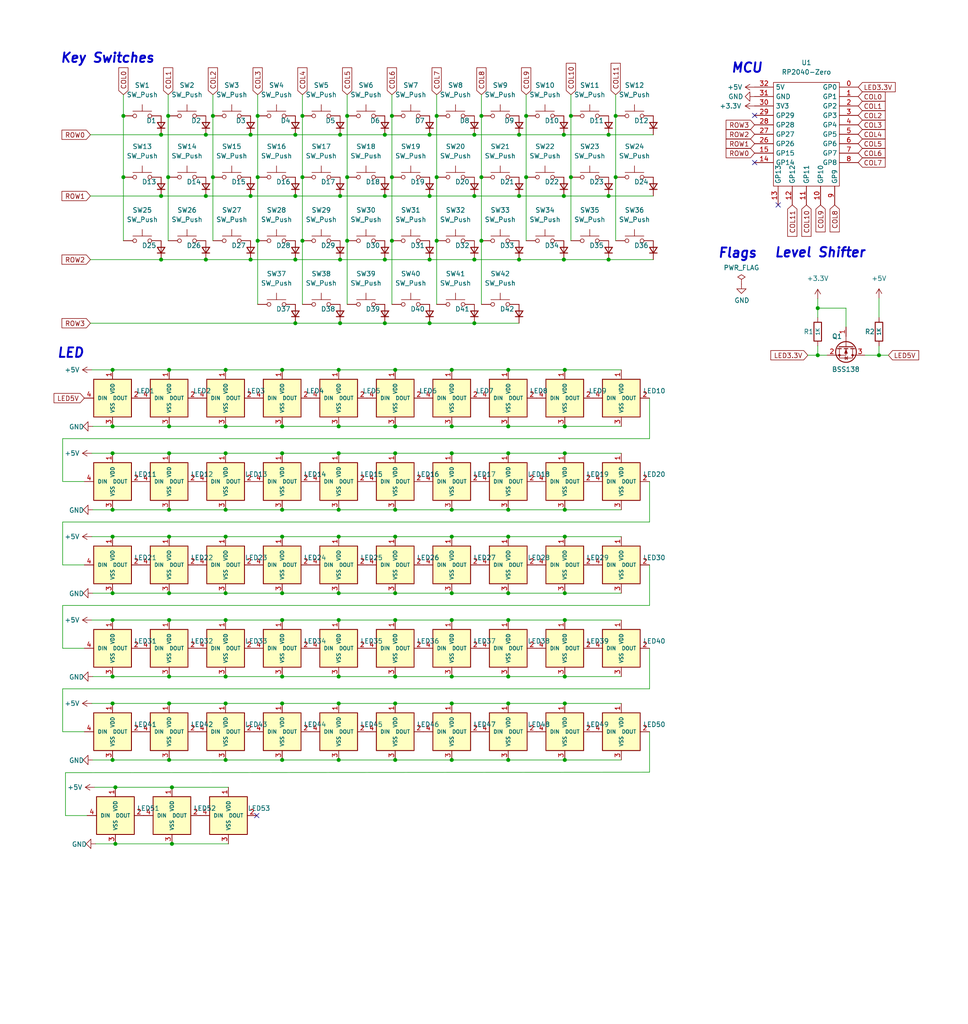
<source format=kicad_sch>
(kicad_sch (version 20230121) (generator eeschema)
  (paper "User" 260.985 275.996)
  (junction (at 106.553 204.851))
  (junction (at 43.434 52.832))
  (junction (at 67.564 52.832))
  (junction (at 121.793 159.893))
  (junction (at 91.313 144.653))
  (junction (at 91.313 204.851))
  (junction (at 115.824 69.977))
  (junction (at 69.469 64.897))
  (junction (at 121.793 167.132))
  (junction (at 137.033 137.414))
  (junction (at 103.759 52.832))
  (junction (at 137.033 122.174))
  (junction (at 76.073 144.653))
  (junction (at 60.833 122.174))
  (junction (at 79.629 87.122))
  (junction (at 60.833 204.851))
  (junction (at 137.033 167.132))
  (junction (at 91.313 167.132))
  (junction (at 152.273 189.611))
  (junction (at 141.859 47.752))
  (junction (at 76.073 159.893))
  (junction (at 127.889 36.322))
  (junction (at 106.553 189.611))
  (junction (at 79.629 36.322))
  (junction (at 30.353 144.653))
  (junction (at 30.353 122.174))
  (junction (at 121.793 182.372))
  (junction (at 91.313 114.935))
  (junction (at 45.593 114.935))
  (junction (at 33.274 31.242))
  (junction (at 91.313 182.372))
  (junction (at 164.084 52.832))
  (junction (at 45.593 167.132))
  (junction (at 60.833 182.372))
  (junction (at 93.599 47.752))
  (junction (at 45.593 99.695))
  (junction (at 81.534 64.897))
  (junction (at 152.019 52.832))
  (junction (at 60.833 167.132))
  (junction (at 76.073 137.414))
  (junction (at 43.434 36.322))
  (junction (at 152.273 99.695))
  (junction (at 121.793 137.414))
  (junction (at 127.889 87.122))
  (junction (at 30.353 204.851))
  (junction (at 152.273 114.935))
  (junction (at 45.593 122.174))
  (junction (at 121.793 114.935))
  (junction (at 57.404 31.242))
  (junction (at 153.924 47.752))
  (junction (at 76.073 189.611))
  (junction (at 127.889 69.977))
  (junction (at 91.694 52.832))
  (junction (at 152.019 69.977))
  (junction (at 121.793 144.653))
  (junction (at 152.273 122.174))
  (junction (at 106.553 167.132))
  (junction (at 220.472 83.058))
  (junction (at 139.954 52.832))
  (junction (at 91.313 189.611))
  (junction (at 46.355 212.217))
  (junction (at 79.629 69.977))
  (junction (at 91.694 69.977))
  (junction (at 55.499 69.977))
  (junction (at 152.273 182.372))
  (junction (at 69.469 31.242))
  (junction (at 137.033 182.372))
  (junction (at 76.073 114.935))
  (junction (at 91.313 122.174))
  (junction (at 60.833 99.695))
  (junction (at 152.273 204.851))
  (junction (at 76.073 99.695))
  (junction (at 127.889 52.832))
  (junction (at 115.824 52.832))
  (junction (at 105.664 64.897))
  (junction (at 137.033 114.935))
  (junction (at 103.759 87.122))
  (junction (at 137.033 99.695))
  (junction (at 106.553 144.653))
  (junction (at 106.553 122.174))
  (junction (at 76.073 182.372))
  (junction (at 30.353 167.132))
  (junction (at 164.084 36.322))
  (junction (at 103.759 36.322))
  (junction (at 117.729 31.242))
  (junction (at 106.553 159.893))
  (junction (at 117.729 64.897))
  (junction (at 105.664 31.242))
  (junction (at 93.599 31.242))
  (junction (at 60.833 159.893))
  (junction (at 30.353 159.893))
  (junction (at 165.989 31.242))
  (junction (at 31.115 212.217))
  (junction (at 152.019 36.322))
  (junction (at 76.073 122.174))
  (junction (at 45.593 144.653))
  (junction (at 45.339 31.242))
  (junction (at 60.833 144.653))
  (junction (at 105.664 47.752))
  (junction (at 91.313 159.893))
  (junction (at 45.593 189.611))
  (junction (at 45.593 204.851))
  (junction (at 46.355 227.457))
  (junction (at 153.924 31.242))
  (junction (at 60.833 137.414))
  (junction (at 121.793 204.851))
  (junction (at 129.794 64.897))
  (junction (at 33.274 47.752))
  (junction (at 164.084 69.977))
  (junction (at 45.593 159.893))
  (junction (at 30.353 137.414))
  (junction (at 137.033 189.611))
  (junction (at 106.553 137.414))
  (junction (at 115.824 87.122))
  (junction (at 30.353 182.372))
  (junction (at 57.404 47.752))
  (junction (at 137.033 159.893))
  (junction (at 43.434 69.977))
  (junction (at 55.499 52.832))
  (junction (at 31.115 227.457))
  (junction (at 141.859 31.242))
  (junction (at 93.599 64.897))
  (junction (at 115.824 36.322))
  (junction (at 91.694 87.122))
  (junction (at 106.553 99.695))
  (junction (at 152.273 137.414))
  (junction (at 60.833 189.611))
  (junction (at 91.313 99.695))
  (junction (at 220.472 95.758))
  (junction (at 137.033 204.851))
  (junction (at 76.073 204.851))
  (junction (at 103.759 69.977))
  (junction (at 30.353 99.695))
  (junction (at 152.273 144.653))
  (junction (at 152.273 167.132))
  (junction (at 139.954 36.322))
  (junction (at 91.694 36.322))
  (junction (at 67.564 69.977))
  (junction (at 152.273 159.893))
  (junction (at 106.553 114.935))
  (junction (at 55.499 36.322))
  (junction (at 139.954 69.977))
  (junction (at 137.033 144.653))
  (junction (at 79.629 52.832))
  (junction (at 121.793 189.611))
  (junction (at 91.313 137.414))
  (junction (at 236.982 95.758))
  (junction (at 69.469 47.752))
  (junction (at 45.593 137.414))
  (junction (at 45.339 47.752))
  (junction (at 106.553 182.372))
  (junction (at 60.833 114.935))
  (junction (at 30.353 189.611))
  (junction (at 76.073 167.132))
  (junction (at 121.793 122.174))
  (junction (at 121.793 99.695))
  (junction (at 165.989 47.752))
  (junction (at 81.534 31.242))
  (junction (at 45.593 182.372))
  (junction (at 81.534 47.752))
  (junction (at 30.353 114.935))
  (junction (at 129.794 31.242))
  (junction (at 67.564 36.322))
  (junction (at 117.729 47.752))
  (junction (at 129.794 47.752))
  (no_connect (at 69.215 219.837))
  (no_connect (at 203.454 43.815))
  (no_connect (at 203.454 31.115))
  (no_connect (at 209.804 55.245))
  (wire (pts (xy 60.833 189.611) (xy 76.073 189.611)))
  (wire (pts (xy 129.794 47.752) (xy 129.794 64.897)))
  (wire (pts (xy 152.273 99.695) (xy 167.513 99.695)))
  (wire (pts (xy 141.859 31.242) (xy 141.859 47.752)))
  (wire (pts (xy 43.434 36.322) (xy 55.499 36.322)))
  (wire (pts (xy 30.353 122.174) (xy 45.593 122.174)))
  (wire (pts (xy 121.793 189.611) (xy 137.033 189.611)))
  (wire (pts (xy 30.353 159.893) (xy 45.593 159.893)))
  (wire (pts (xy 220.472 95.758) (xy 223.012 95.758)))
  (wire (pts (xy 228.092 83.058) (xy 228.092 88.138)))
  (wire (pts (xy 152.273 167.132) (xy 167.513 167.132)))
  (wire (pts (xy 91.313 144.653) (xy 106.553 144.653)))
  (wire (pts (xy 105.664 47.752) (xy 105.664 64.897)))
  (wire (pts (xy 55.499 52.832) (xy 67.564 52.832)))
  (wire (pts (xy 152.273 159.893) (xy 167.513 159.893)))
  (wire (pts (xy 152.273 137.414) (xy 167.513 137.414)))
  (wire (pts (xy 106.553 159.893) (xy 121.793 159.893)))
  (wire (pts (xy 93.599 25.527) (xy 93.599 31.242)))
  (wire (pts (xy 57.404 25.527) (xy 57.404 31.242)))
  (wire (pts (xy 175.133 152.273) (xy 175.133 163.195)))
  (wire (pts (xy 139.954 52.832) (xy 152.019 52.832)))
  (wire (pts (xy 16.891 152.273) (xy 22.733 152.273)))
  (wire (pts (xy 30.353 137.414) (xy 45.593 137.414)))
  (wire (pts (xy 25.019 159.893) (xy 30.353 159.893)))
  (wire (pts (xy 45.593 122.174) (xy 60.833 122.174)))
  (wire (pts (xy 91.313 122.174) (xy 106.553 122.174)))
  (wire (pts (xy 25.527 212.217) (xy 31.115 212.217)))
  (wire (pts (xy 106.553 137.414) (xy 121.793 137.414)))
  (wire (pts (xy 24.384 52.832) (xy 43.434 52.832)))
  (wire (pts (xy 165.989 47.752) (xy 165.989 64.897)))
  (wire (pts (xy 67.564 36.322) (xy 79.629 36.322)))
  (wire (pts (xy 121.793 182.372) (xy 137.033 182.372)))
  (wire (pts (xy 106.553 122.174) (xy 121.793 122.174)))
  (wire (pts (xy 55.499 36.322) (xy 67.564 36.322)))
  (wire (pts (xy 16.891 174.752) (xy 22.733 174.752)))
  (wire (pts (xy 106.553 204.851) (xy 121.793 204.851)))
  (wire (pts (xy 106.553 144.653) (xy 121.793 144.653)))
  (wire (pts (xy 117.729 47.752) (xy 117.729 64.897)))
  (wire (pts (xy 33.274 47.752) (xy 33.274 64.897)))
  (wire (pts (xy 115.824 36.322) (xy 127.889 36.322)))
  (wire (pts (xy 121.793 144.653) (xy 137.033 144.653)))
  (wire (pts (xy 45.593 204.851) (xy 60.833 204.851)))
  (wire (pts (xy 24.765 189.611) (xy 30.353 189.611)))
  (wire (pts (xy 25.019 182.372) (xy 30.353 182.372)))
  (wire (pts (xy 45.593 144.653) (xy 60.833 144.653)))
  (wire (pts (xy 220.472 93.218) (xy 220.472 95.758)))
  (wire (pts (xy 175.133 140.716) (xy 16.891 140.716)))
  (wire (pts (xy 30.353 144.653) (xy 45.593 144.653)))
  (wire (pts (xy 175.133 174.752) (xy 175.133 185.674)))
  (wire (pts (xy 79.629 52.832) (xy 91.694 52.832)))
  (wire (pts (xy 30.353 182.372) (xy 45.593 182.372)))
  (wire (pts (xy 76.073 167.132) (xy 91.313 167.132)))
  (wire (pts (xy 103.759 36.322) (xy 115.824 36.322)))
  (wire (pts (xy 69.469 47.752) (xy 69.469 64.897)))
  (wire (pts (xy 81.534 31.242) (xy 81.534 47.752)))
  (wire (pts (xy 175.133 208.153) (xy 17.653 208.28)))
  (wire (pts (xy 46.355 227.457) (xy 61.595 227.457)))
  (wire (pts (xy 16.891 197.231) (xy 22.733 197.231)))
  (wire (pts (xy 175.133 118.237) (xy 16.891 118.237)))
  (wire (pts (xy 16.891 118.237) (xy 16.891 129.794)))
  (wire (pts (xy 76.073 182.372) (xy 91.313 182.372)))
  (wire (pts (xy 45.593 137.414) (xy 60.833 137.414)))
  (wire (pts (xy 127.889 52.832) (xy 139.954 52.832)))
  (wire (pts (xy 91.694 69.977) (xy 103.759 69.977)))
  (wire (pts (xy 16.891 174.752) (xy 16.891 163.195)))
  (wire (pts (xy 17.653 219.837) (xy 23.495 219.837)))
  (wire (pts (xy 45.593 189.611) (xy 60.833 189.611)))
  (wire (pts (xy 76.073 99.695) (xy 91.313 99.695)))
  (wire (pts (xy 91.694 52.832) (xy 103.759 52.832)))
  (wire (pts (xy 115.824 52.832) (xy 127.889 52.832)))
  (wire (pts (xy 16.891 152.273) (xy 16.891 140.716)))
  (wire (pts (xy 91.313 189.611) (xy 106.553 189.611)))
  (wire (pts (xy 30.353 167.132) (xy 45.593 167.132)))
  (wire (pts (xy 31.115 212.217) (xy 46.355 212.217)))
  (wire (pts (xy 121.793 159.893) (xy 137.033 159.893)))
  (wire (pts (xy 127.889 69.977) (xy 139.954 69.977)))
  (wire (pts (xy 67.564 69.977) (xy 79.629 69.977)))
  (wire (pts (xy 175.133 163.195) (xy 16.891 163.195)))
  (wire (pts (xy 139.954 36.322) (xy 152.019 36.322)))
  (wire (pts (xy 60.833 137.414) (xy 76.073 137.414)))
  (wire (pts (xy 141.859 25.527) (xy 141.859 31.242)))
  (wire (pts (xy 76.073 114.935) (xy 91.313 114.935)))
  (wire (pts (xy 233.172 95.758) (xy 236.982 95.758)))
  (wire (pts (xy 76.073 204.851) (xy 91.313 204.851)))
  (wire (pts (xy 152.019 69.977) (xy 164.084 69.977)))
  (wire (pts (xy 153.924 25.527) (xy 153.924 31.242)))
  (wire (pts (xy 79.629 87.122) (xy 91.694 87.122)))
  (wire (pts (xy 76.073 144.653) (xy 91.313 144.653)))
  (wire (pts (xy 60.833 99.695) (xy 76.073 99.695)))
  (wire (pts (xy 60.833 114.935) (xy 76.073 114.935)))
  (wire (pts (xy 60.833 122.174) (xy 76.073 122.174)))
  (wire (pts (xy 175.133 107.315) (xy 175.133 118.237)))
  (wire (pts (xy 31.115 227.457) (xy 46.355 227.457)))
  (wire (pts (xy 121.793 167.132) (xy 137.033 167.132)))
  (wire (pts (xy 117.729 64.897) (xy 117.729 82.042)))
  (wire (pts (xy 33.274 25.527) (xy 33.274 31.242)))
  (wire (pts (xy 137.033 99.695) (xy 152.273 99.695)))
  (wire (pts (xy 43.434 69.977) (xy 55.499 69.977)))
  (wire (pts (xy 91.694 36.322) (xy 103.759 36.322)))
  (wire (pts (xy 45.593 159.893) (xy 60.833 159.893)))
  (wire (pts (xy 175.133 185.674) (xy 16.891 185.674)))
  (wire (pts (xy 43.434 52.832) (xy 55.499 52.832)))
  (wire (pts (xy 60.833 204.851) (xy 76.073 204.851)))
  (wire (pts (xy 93.599 47.752) (xy 93.599 64.897)))
  (wire (pts (xy 33.274 31.242) (xy 33.274 47.752)))
  (wire (pts (xy 141.859 47.752) (xy 141.859 64.897)))
  (wire (pts (xy 91.313 137.414) (xy 106.553 137.414)))
  (wire (pts (xy 121.793 122.174) (xy 137.033 122.174)))
  (wire (pts (xy 175.133 129.794) (xy 175.133 140.716)))
  (wire (pts (xy 152.273 189.611) (xy 167.513 189.611)))
  (wire (pts (xy 24.384 87.122) (xy 79.629 87.122)))
  (wire (pts (xy 236.982 95.758) (xy 239.522 95.758)))
  (wire (pts (xy 121.793 114.935) (xy 137.033 114.935)))
  (wire (pts (xy 129.794 31.242) (xy 129.794 47.752)))
  (wire (pts (xy 127.889 87.122) (xy 139.954 87.122)))
  (wire (pts (xy 137.033 114.935) (xy 152.273 114.935)))
  (wire (pts (xy 220.472 83.058) (xy 228.092 83.058)))
  (wire (pts (xy 152.273 114.935) (xy 167.513 114.935)))
  (wire (pts (xy 127.889 36.322) (xy 139.954 36.322)))
  (wire (pts (xy 137.033 137.414) (xy 152.273 137.414)))
  (wire (pts (xy 60.833 144.653) (xy 76.073 144.653)))
  (wire (pts (xy 139.954 69.977) (xy 152.019 69.977)))
  (wire (pts (xy 81.534 64.897) (xy 81.534 82.042)))
  (wire (pts (xy 67.564 52.832) (xy 79.629 52.832)))
  (wire (pts (xy 137.033 189.611) (xy 152.273 189.611)))
  (wire (pts (xy 103.759 87.122) (xy 115.824 87.122)))
  (wire (pts (xy 30.353 189.611) (xy 45.593 189.611)))
  (wire (pts (xy 45.593 182.372) (xy 60.833 182.372)))
  (wire (pts (xy 16.891 197.231) (xy 16.891 185.674)))
  (wire (pts (xy 175.133 197.231) (xy 175.133 208.153)))
  (wire (pts (xy 137.033 204.851) (xy 152.273 204.851)))
  (wire (pts (xy 60.833 167.132) (xy 76.073 167.132)))
  (wire (pts (xy 220.472 85.598) (xy 220.472 83.058)))
  (wire (pts (xy 106.553 99.695) (xy 121.793 99.695)))
  (wire (pts (xy 45.593 114.935) (xy 60.833 114.935)))
  (wire (pts (xy 220.472 80.518) (xy 220.472 83.058)))
  (wire (pts (xy 69.469 25.527) (xy 69.469 31.242)))
  (wire (pts (xy 79.629 69.977) (xy 91.694 69.977)))
  (wire (pts (xy 105.664 64.897) (xy 105.664 82.042)))
  (wire (pts (xy 152.273 204.851) (xy 167.513 204.851)))
  (wire (pts (xy 91.313 204.851) (xy 106.553 204.851)))
  (wire (pts (xy 24.384 69.977) (xy 43.434 69.977)))
  (wire (pts (xy 24.384 36.322) (xy 43.434 36.322)))
  (wire (pts (xy 76.073 159.893) (xy 91.313 159.893)))
  (wire (pts (xy 236.982 80.391) (xy 236.982 85.598)))
  (wire (pts (xy 106.553 182.372) (xy 121.793 182.372)))
  (wire (pts (xy 153.924 47.752) (xy 153.924 64.897)))
  (wire (pts (xy 45.339 25.527) (xy 45.339 31.242)))
  (wire (pts (xy 45.339 31.242) (xy 45.339 47.752)))
  (wire (pts (xy 17.653 219.837) (xy 17.653 208.28)))
  (wire (pts (xy 91.313 99.695) (xy 106.553 99.695)))
  (wire (pts (xy 25.781 227.457) (xy 31.115 227.457)))
  (wire (pts (xy 69.469 31.242) (xy 69.469 47.752)))
  (wire (pts (xy 137.033 167.132) (xy 152.273 167.132)))
  (wire (pts (xy 45.339 47.752) (xy 45.339 64.897)))
  (wire (pts (xy 117.729 31.242) (xy 117.729 47.752)))
  (wire (pts (xy 45.593 167.132) (xy 60.833 167.132)))
  (wire (pts (xy 152.019 36.322) (xy 164.084 36.322)))
  (wire (pts (xy 25.019 114.935) (xy 30.353 114.935)))
  (wire (pts (xy 217.805 95.758) (xy 220.472 95.758)))
  (wire (pts (xy 46.355 212.217) (xy 61.595 212.217)))
  (wire (pts (xy 81.534 25.527) (xy 81.534 31.242)))
  (wire (pts (xy 103.759 52.832) (xy 115.824 52.832)))
  (wire (pts (xy 164.084 69.977) (xy 176.149 69.977)))
  (wire (pts (xy 152.273 144.653) (xy 167.513 144.653)))
  (wire (pts (xy 106.553 167.132) (xy 121.793 167.132)))
  (wire (pts (xy 129.794 25.527) (xy 129.794 31.242)))
  (wire (pts (xy 76.073 122.174) (xy 91.313 122.174)))
  (wire (pts (xy 121.793 137.414) (xy 137.033 137.414)))
  (wire (pts (xy 165.989 25.527) (xy 165.989 31.242)))
  (wire (pts (xy 24.765 167.132) (xy 30.353 167.132)))
  (wire (pts (xy 60.833 159.893) (xy 76.073 159.893)))
  (wire (pts (xy 81.534 47.752) (xy 81.534 64.897)))
  (wire (pts (xy 57.404 47.752) (xy 57.404 64.897)))
  (wire (pts (xy 236.982 93.218) (xy 236.982 95.758)))
  (wire (pts (xy 164.084 36.322) (xy 176.149 36.322)))
  (wire (pts (xy 91.313 167.132) (xy 106.553 167.132)))
  (wire (pts (xy 24.765 122.174) (xy 30.353 122.174)))
  (wire (pts (xy 152.273 182.372) (xy 167.513 182.372)))
  (wire (pts (xy 152.273 122.174) (xy 167.513 122.174)))
  (wire (pts (xy 121.793 204.851) (xy 137.033 204.851)))
  (wire (pts (xy 25.019 137.414) (xy 30.353 137.414)))
  (wire (pts (xy 93.599 64.897) (xy 93.599 82.042)))
  (wire (pts (xy 76.073 137.414) (xy 91.313 137.414)))
  (wire (pts (xy 91.694 87.122) (xy 103.759 87.122)))
  (wire (pts (xy 93.599 31.242) (xy 93.599 47.752)))
  (wire (pts (xy 79.629 36.322) (xy 91.694 36.322)))
  (wire (pts (xy 121.793 99.695) (xy 137.033 99.695)))
  (wire (pts (xy 55.499 69.977) (xy 67.564 69.977)))
  (wire (pts (xy 24.765 99.695) (xy 30.353 99.695)))
  (wire (pts (xy 165.989 31.242) (xy 165.989 47.752)))
  (wire (pts (xy 30.353 204.851) (xy 45.593 204.851)))
  (wire (pts (xy 106.553 114.935) (xy 121.793 114.935)))
  (wire (pts (xy 91.313 114.935) (xy 106.553 114.935)))
  (wire (pts (xy 164.084 52.832) (xy 176.149 52.832)))
  (wire (pts (xy 106.553 189.611) (xy 121.793 189.611)))
  (wire (pts (xy 57.404 31.242) (xy 57.404 47.752)))
  (wire (pts (xy 117.729 25.527) (xy 117.729 31.242)))
  (wire (pts (xy 24.765 144.653) (xy 30.353 144.653)))
  (wire (pts (xy 137.033 144.653) (xy 152.273 144.653)))
  (wire (pts (xy 60.833 182.372) (xy 76.073 182.372)))
  (wire (pts (xy 137.033 122.174) (xy 152.273 122.174)))
  (wire (pts (xy 69.469 64.897) (xy 69.469 82.042)))
  (wire (pts (xy 115.824 69.977) (xy 127.889 69.977)))
  (wire (pts (xy 30.353 99.695) (xy 45.593 99.695)))
  (wire (pts (xy 105.664 31.242) (xy 105.664 47.752)))
  (wire (pts (xy 30.353 114.935) (xy 45.593 114.935)))
  (wire (pts (xy 137.033 182.372) (xy 152.273 182.372)))
  (wire (pts (xy 91.313 159.893) (xy 106.553 159.893)))
  (wire (pts (xy 76.073 189.611) (xy 91.313 189.611)))
  (wire (pts (xy 105.664 25.527) (xy 105.664 31.242)))
  (wire (pts (xy 137.033 159.893) (xy 152.273 159.893)))
  (wire (pts (xy 115.824 87.122) (xy 127.889 87.122)))
  (wire (pts (xy 45.593 99.695) (xy 60.833 99.695)))
  (wire (pts (xy 129.794 64.897) (xy 129.794 82.042)))
  (wire (pts (xy 153.924 31.242) (xy 153.924 47.752)))
  (wire (pts (xy 16.891 129.794) (xy 22.733 129.794)))
  (wire (pts (xy 91.313 182.372) (xy 106.553 182.372)))
  (wire (pts (xy 152.019 52.832) (xy 164.084 52.832)))
  (wire (pts (xy 25.019 204.851) (xy 30.353 204.851)))
  (wire (pts (xy 103.759 69.977) (xy 115.824 69.977)))
  (text "MCU" (at 196.977 19.939 0) (effects (font (size 2.54 2.54) (thickness 0.508) bold italic) (justify left bottom)))
  (text "LED" (at 15.24 96.774 0) (effects (font (size 2.54 2.54) (thickness 0.508) bold italic) (justify left bottom)))
  (text "Flags" (at 193.421 69.85 0) (effects (font (size 2.54 2.54) (thickness 0.508) bold italic) (justify left bottom)))
  (text "Level Shifter" (at 208.661 69.723 0) (effects (font (size 2.54 2.54) (thickness 0.508) bold italic) (justify left bottom)))
  (text "Key Switches" (at 16.129 17.272 0) (effects (font (size 2.54 2.54) (thickness 0.508) bold italic) (justify left bottom)))
  (global_label "ROW0" (shape input) (at 203.454 41.275 180) (property "Intersheetrefs" "${INTERSHEET_REFS}" (effects hide)))
  (global_label "COL3" (shape input) (at 69.469 25.527 90) (property "Intersheetrefs" "${INTERSHEET_REFS}" (effects hide)))
  (global_label "COL10" (shape input) (at 153.924 25.527 90) (property "Intersheetrefs" "${INTERSHEET_REFS}" (effects hide)))
  (global_label "ROW1" (shape input) (at 24.384 52.832 180) (property "Intersheetrefs" "${INTERSHEET_REFS}" (effects hide)))
  (global_label "COL4" (shape input) (at 81.534 25.527 90) (property "Intersheetrefs" "${INTERSHEET_REFS}" (effects hide)))
  (global_label "COL5" (shape input) (at 93.599 25.527 90) (property "Intersheetrefs" "${INTERSHEET_REFS}" (effects hide)))
  (global_label "COL9" (shape input) (at 221.234 55.245 270) (property "Intersheetrefs" "${INTERSHEET_REFS}" (effects hide)))
  (global_label "COL2" (shape input) (at 57.404 25.527 90) (property "Intersheetrefs" "${INTERSHEET_REFS}" (effects hide)))
  (global_label "COL2" (shape input) (at 231.394 31.115 0) (property "Intersheetrefs" "${INTERSHEET_REFS}" (effects hide)))
  (global_label "COL10" (shape input) (at 217.424 55.245 270) (property "Intersheetrefs" "${INTERSHEET_REFS}" (effects hide)))
  (global_label "LED3.3V" (shape input) (at 217.805 95.758 180) (property "Intersheetrefs" "${INTERSHEET_REFS}" (effects hide)) (property "シート間のリファレンス" "${INTERSHEET_REFS}" (effects hide)))
  (global_label "COL5" (shape input) (at 231.394 38.735 0) (property "Intersheetrefs" "${INTERSHEET_REFS}" (effects hide)))
  (global_label "COL0" (shape input) (at 33.274 25.527 90) (property "Intersheetrefs" "${INTERSHEET_REFS}" (effects hide)))
  (global_label "COL4" (shape input) (at 231.394 36.195 0) (property "Intersheetrefs" "${INTERSHEET_REFS}" (effects hide)))
  (global_label "COL8" (shape input) (at 225.044 55.245 270) (property "Intersheetrefs" "${INTERSHEET_REFS}" (effects hide)))
  (global_label "ROW2" (shape input) (at 203.454 36.195 180) (property "Intersheetrefs" "${INTERSHEET_REFS}" (effects hide)))
  (global_label "COL11" (shape input) (at 165.989 25.527 90) (property "Intersheetrefs" "${INTERSHEET_REFS}" (effects hide)))
  (global_label "COL3" (shape input) (at 231.394 33.655 0) (property "Intersheetrefs" "${INTERSHEET_REFS}" (effects hide)))
  (global_label "COL8" (shape input) (at 129.794 25.527 90) (property "Intersheetrefs" "${INTERSHEET_REFS}" (effects hide)))
  (global_label "ROW0" (shape input) (at 24.384 36.322 180) (property "Intersheetrefs" "${INTERSHEET_REFS}" (effects hide)))
  (global_label "ROW1" (shape input) (at 203.454 38.735 180) (property "Intersheetrefs" "${INTERSHEET_REFS}" (effects hide)))
  (global_label "LED3.3V" (shape input) (at 231.394 23.495 0) (property "Intersheetrefs" "${INTERSHEET_REFS}" (effects hide)) (property "シート間のリファレンス" "${INTERSHEET_REFS}" (effects hide)))
  (global_label "LED5V" (shape input) (at 22.733 107.315 180) (property "Intersheetrefs" "${INTERSHEET_REFS}" (effects hide)) (property "シート間のリファレンス" "${INTERSHEET_REFS}" (effects hide)))
  (global_label "LED5V" (shape input) (at 239.522 95.758 0) (property "Intersheetrefs" "${INTERSHEET_REFS}" (effects hide)) (property "シート間のリファレンス" "${INTERSHEET_REFS}" (effects hide)))
  (global_label "COL6" (shape input) (at 105.664 25.527 90) (property "Intersheetrefs" "${INTERSHEET_REFS}" (effects hide)))
  (global_label "COL9" (shape input) (at 141.859 25.527 90) (property "Intersheetrefs" "${INTERSHEET_REFS}" (effects hide)))
  (global_label "COL1" (shape input) (at 231.394 28.575 0) (property "Intersheetrefs" "${INTERSHEET_REFS}" (effects hide)))
  (global_label "ROW3" (shape input) (at 203.454 33.655 180) (property "Intersheetrefs" "${INTERSHEET_REFS}" (effects hide)))
  (global_label "ROW2" (shape input) (at 24.384 69.977 180) (property "Intersheetrefs" "${INTERSHEET_REFS}" (effects hide)))
  (global_label "COL7" (shape input) (at 117.729 25.527 90) (property "Intersheetrefs" "${INTERSHEET_REFS}" (effects hide)))
  (global_label "COL6" (shape input) (at 231.394 41.275 0) (property "Intersheetrefs" "${INTERSHEET_REFS}" (effects hide)))
  (global_label "COL11" (shape input) (at 213.614 55.245 270) (property "Intersheetrefs" "${INTERSHEET_REFS}" (effects hide)))
  (global_label "COL7" (shape input) (at 231.394 43.815 0) (property "Intersheetrefs" "${INTERSHEET_REFS}" (effects hide)))
  (global_label "COL0" (shape input) (at 231.394 26.035 0) (property "Intersheetrefs" "${INTERSHEET_REFS}" (effects hide)))
  (global_label "ROW3" (shape input) (at 24.384 87.122 180) (property "Intersheetrefs" "${INTERSHEET_REFS}" (effects hide)))
  (global_label "COL1" (shape input) (at 45.339 25.527 90) (property "Intersheetrefs" "${INTERSHEET_REFS}" (effects hide)))
  (symbol (lib_id "Noraneko:SK6812MINI-E") (at 45.593 129.794 0) (unit 1)
    (property "Reference" "LED12" (at 54.483 127.8496 0))
    (property "Value" "SK6812MINI-E" (effects hide))
    (property "Footprint" "Noraneko:SK6812MINI-E" (effects hide))
  )
  (symbol (lib_id "Device:D_Small") (at 103.759 84.582 90) (unit 1)
    (property "Reference" "D39" (at 102.489 83.312 90) (effects (justify left)))
    (property "Value" "D" (effects hide))
    (property "Footprint" "Noraneko:1N4148W" (effects hide))
    (property "LCSC" "C81598" (effects hide))
    (property "Sim.Device" "D" (effects hide))
    (property "Sim.Pins" "1=K 2=A" (effects hide))
  )
  (symbol (lib_id "Device:D_Small") (at 139.954 84.582 90) (unit 1)
    (property "Reference" "D42" (at 138.684 83.312 90) (effects (justify left)))
    (property "Value" "D" (effects hide))
    (property "Footprint" "Noraneko:1N4148W" (effects hide))
    (property "LCSC" "C81598" (effects hide))
    (property "Sim.Device" "D" (effects hide))
    (property "Sim.Pins" "1=K 2=A" (effects hide))
  )
  (symbol (lib_id "Switch:SW_Push") (at 74.549 64.897 0) (unit 1)
    (property "Reference" "SW28" (at 74.549 56.642 0))
    (property "Value" "SW_Push" (at 74.549 59.182 0))
    (property "Footprint" "Noraneko:MX_Socket" (effects hide))
  )
  (symbol (lib_id "Switch:SW_Push") (at 50.419 47.752 0) (unit 1)
    (property "Reference" "SW14" (at 50.419 39.497 0))
    (property "Value" "SW_Push" (at 50.419 42.037 0))
    (property "Footprint" "Noraneko:MX_Socket" (effects hide))
  )
  (symbol (lib_id "Noraneko:SK6812MINI-E") (at 45.593 107.315 0) (unit 1)
    (property "Reference" "LED2" (at 54.483 105.3706 0))
    (property "Value" "SK6812MINI-E" (effects hide))
    (property "Footprint" "Noraneko:SK6812MINI-E" (effects hide))
  )
  (symbol (lib_id "Switch:SW_Push") (at 122.809 64.897 0) (unit 1)
    (property "Reference" "SW32" (at 122.809 56.642 0))
    (property "Value" "SW_Push" (at 122.809 59.182 0))
    (property "Footprint" "Noraneko:MX_Socket" (effects hide))
  )
  (symbol (lib_id "Noraneko:SK6812MINI-E") (at 106.553 174.752 0) (unit 1)
    (property "Reference" "LED36" (at 115.443 172.8076 0))
    (property "Value" "SK6812MINI-E" (effects hide))
    (property "Footprint" "Noraneko:SK6812MINI-E" (effects hide))
  )
  (symbol (lib_id "Device:R") (at 236.982 89.408 0) (unit 1)
    (property "Reference" "R2" (at 233.172 89.408 0) (effects (justify left)))
    (property "Value" "1K" (at 236.982 89.408 90) (effects (font (size 0.9906 0.9906))))
    (property "Footprint" "Resistor_THT:R_Axial_DIN0207_L6.3mm_D2.5mm_P7.62mm_Horizontal" (effects hide))
  )
  (symbol (lib_id "Noraneko:SK6812MINI-E") (at 76.073 107.315 0) (unit 1)
    (property "Reference" "LED4" (at 84.963 105.3706 0))
    (property "Value" "SK6812MINI-E" (effects hide))
    (property "Footprint" "Noraneko:SK6812MINI-E" (effects hide))
  )
  (symbol (lib_id "Noraneko:SK6812MINI-E") (at 121.793 129.794 0) (unit 1)
    (property "Reference" "LED17" (at 130.683 127.8496 0))
    (property "Value" "SK6812MINI-E" (effects hide))
    (property "Footprint" "Noraneko:SK6812MINI-E" (effects hide))
  )
  (symbol (lib_id "Noraneko:SK6812MINI-E") (at 91.313 174.752 0) (unit 1)
    (property "Reference" "LED35" (at 100.203 172.8076 0))
    (property "Value" "SK6812MINI-E" (effects hide))
    (property "Footprint" "Noraneko:SK6812MINI-E" (effects hide))
  )
  (symbol (lib_id "Noraneko:SK6812MINI-E") (at 167.513 174.752 0) (unit 1)
    (property "Reference" "LED40" (at 176.403 172.8076 0))
    (property "Value" "SK6812MINI-E" (effects hide))
    (property "Footprint" "Noraneko:SK6812MINI-E" (effects hide))
  )
  (symbol (lib_id "Transistor_FET:BSS138") (at 228.092 93.218 270) (unit 1)
    (property "Reference" "Q1" (at 224.282 90.678 90) (effects (justify left)))
    (property "Value" "BSS138" (at 224.282 99.568 90) (effects (justify left)))
    (property "Footprint" "Package_TO_SOT_SMD:SOT-23" (effects hide))
    (property "Datasheet" "https://www.onsemi.com/pub/Collateral/BSS138-D.PDF" (effects hide))
    (property "LCSC" "C2874697" (effects hide))
  )
  (symbol (lib_id "Switch:SW_Push") (at 171.069 31.242 0) (unit 1)
    (property "Reference" "SW12" (at 171.069 22.987 0))
    (property "Value" "SW_Push" (at 171.069 25.527 0))
    (property "Footprint" "Noraneko:MX_Socket" (effects hide))
  )
  (symbol (lib_id "Switch:SW_Push") (at 74.549 82.042 0) (unit 1)
    (property "Reference" "SW37" (at 74.549 73.787 0))
    (property "Value" "SW_Push" (at 74.549 76.327 0))
    (property "Footprint" "Noraneko:MX_Socket" (effects hide))
  )
  (symbol (lib_id "power:GND") (at 25.019 114.935 270) (unit 1)
    (property "Reference" "#PWR08" (effects hide))
    (property "Value" "GND" (at 20.6248 115.062 90))
  )
  (symbol (lib_id "Switch:SW_Push") (at 50.419 64.897 0) (unit 1)
    (property "Reference" "SW26" (at 50.419 56.642 0))
    (property "Value" "SW_Push" (at 50.419 59.182 0))
    (property "Footprint" "Noraneko:MX_Socket" (effects hide))
  )
  (symbol (lib_id "Noraneko:SK6812MINI-E") (at 91.313 152.273 0) (unit 1)
    (property "Reference" "LED25" (at 100.203 150.3286 0))
    (property "Value" "SK6812MINI-E" (effects hide))
    (property "Footprint" "Noraneko:SK6812MINI-E" (effects hide))
  )
  (symbol (lib_id "Switch:SW_Push") (at 38.354 47.752 0) (unit 1)
    (property "Reference" "SW13" (at 38.354 39.497 0))
    (property "Value" "SW_Push" (at 38.354 42.037 0))
    (property "Footprint" "Noraneko:MX_Socket" (effects hide))
  )
  (symbol (lib_id "Noraneko:SK6812MINI-E") (at 76.073 174.752 0) (unit 1)
    (property "Reference" "LED34" (at 84.963 172.8076 0))
    (property "Value" "SK6812MINI-E" (effects hide))
    (property "Footprint" "Noraneko:SK6812MINI-E" (effects hide))
  )
  (symbol (lib_id "Device:D_Small") (at 176.149 33.782 90) (unit 1)
    (property "Reference" "D12" (at 174.879 32.512 90) (effects (justify left)))
    (property "Value" "D" (effects hide))
    (property "Footprint" "Noraneko:1N4148W" (effects hide))
    (property "LCSC" "C81598" (effects hide))
    (property "Sim.Device" "D" (effects hide))
    (property "Sim.Pins" "1=K 2=A" (effects hide))
  )
  (symbol (lib_id "Device:D_Small") (at 164.084 67.437 90) (unit 1)
    (property "Reference" "D35" (at 162.814 66.167 90) (effects (justify left)))
    (property "Value" "D" (effects hide))
    (property "Footprint" "Noraneko:1N4148W" (effects hide))
    (property "LCSC" "C81598" (effects hide))
    (property "Sim.Device" "D" (effects hide))
    (property "Sim.Pins" "1=K 2=A" (effects hide))
  )
  (symbol (lib_id "Noraneko:SK6812MINI-E") (at 60.833 174.752 0) (unit 1)
    (property "Reference" "LED33" (at 69.088 172.8076 0))
    (property "Value" "SK6812MINI-E" (effects hide))
    (property "Footprint" "Noraneko:SK6812MINI-E" (effects hide))
  )
  (symbol (lib_id "Device:D_Small") (at 176.149 67.437 90) (unit 1)
    (property "Reference" "D36" (at 174.879 66.167 90) (effects (justify left)))
    (property "Value" "D" (effects hide))
    (property "Footprint" "Noraneko:1N4148W" (effects hide))
    (property "LCSC" "C81598" (effects hide))
    (property "Sim.Device" "D" (effects hide))
    (property "Sim.Pins" "1=K 2=A" (effects hide))
  )
  (symbol (lib_id "Switch:SW_Push") (at 134.874 31.242 0) (unit 1)
    (property "Reference" "SW9" (at 134.874 22.987 0))
    (property "Value" "SW_Push" (at 134.874 25.527 0))
    (property "Footprint" "Noraneko:MX_Socket" (effects hide))
  )
  (symbol (lib_id "Device:D_Small") (at 152.019 33.782 90) (unit 1)
    (property "Reference" "D10" (at 150.749 32.512 90) (effects (justify left)))
    (property "Value" "D" (effects hide))
    (property "Footprint" "Noraneko:1N4148W" (effects hide))
    (property "LCSC" "C81598" (effects hide))
    (property "Sim.Device" "D" (effects hide))
    (property "Sim.Pins" "1=K 2=A" (effects hide))
  )
  (symbol (lib_id "power:GND") (at 25.019 159.893 270) (unit 1)
    (property "Reference" "#PWR012" (effects hide))
    (property "Value" "GND" (at 20.6248 160.02 90))
  )
  (symbol (lib_id "Noraneko:SK6812MINI-E") (at 91.313 107.315 0) (unit 1)
    (property "Reference" "LED5" (at 100.203 105.3706 0))
    (property "Value" "SK6812MINI-E" (effects hide))
    (property "Footprint" "Noraneko:SK6812MINI-E" (effects hide))
  )
  (symbol (lib_id "Switch:SW_Push") (at 86.614 47.752 0) (unit 1)
    (property "Reference" "SW17" (at 86.614 39.497 0))
    (property "Value" "SW_Push" (at 86.614 42.037 0))
    (property "Footprint" "Noraneko:MX_Socket" (effects hide))
  )
  (symbol (lib_id "Noraneko:SK6812MINI-E") (at 45.593 174.752 0) (unit 1)
    (property "Reference" "LED32" (at 54.483 172.8076 0))
    (property "Value" "SK6812MINI-E" (effects hide))
    (property "Footprint" "Noraneko:SK6812MINI-E" (effects hide))
  )
  (symbol (lib_id "Device:D_Small") (at 43.434 50.292 90) (unit 1)
    (property "Reference" "D13" (at 42.164 49.022 90) (effects (justify left)))
    (property "Value" "D" (effects hide))
    (property "Footprint" "Noraneko:1N4148W" (effects hide))
    (property "LCSC" "C81598" (effects hide))
    (property "Sim.Device" "D" (effects hide))
    (property "Sim.Pins" "1=K 2=A" (effects hide))
  )
  (symbol (lib_id "Noraneko:SK6812MINI-E") (at 152.273 129.794 0) (unit 1)
    (property "Reference" "LED19" (at 161.163 127.8496 0))
    (property "Value" "SK6812MINI-E" (effects hide))
    (property "Footprint" "Noraneko:SK6812MINI-E" (effects hide))
  )
  (symbol (lib_id "power:PWR_FLAG") (at 199.898 76.581 0) (unit 1)
    (property "Reference" "#FLG01" (effects hide))
    (property "Value" "PWR_FLAG" (at 199.898 72.1614 0))
  )
  (symbol (lib_id "Switch:SW_Push") (at 171.069 64.897 0) (unit 1)
    (property "Reference" "SW36" (at 171.069 56.642 0))
    (property "Value" "SW_Push" (at 171.069 59.182 0))
    (property "Footprint" "Noraneko:MX_Socket" (effects hide))
  )
  (symbol (lib_id "Device:D_Small") (at 67.564 67.437 90) (unit 1)
    (property "Reference" "D27" (at 66.294 66.167 90) (effects (justify left)))
    (property "Value" "D" (effects hide))
    (property "Footprint" "Noraneko:1N4148W" (effects hide))
    (property "LCSC" "C81598" (effects hide))
    (property "Sim.Device" "D" (effects hide))
    (property "Sim.Pins" "1=K 2=A" (effects hide))
  )
  (symbol (lib_id "Noraneko:SK6812MINI-E") (at 152.273 174.752 0) (unit 1)
    (property "Reference" "LED39" (at 161.163 172.8076 0))
    (property "Value" "SK6812MINI-E" (effects hide))
    (property "Footprint" "Noraneko:SK6812MINI-E" (effects hide))
  )
  (symbol (lib_id "Noraneko:SK6812MINI-E") (at 137.033 107.315 0) (unit 1)
    (property "Reference" "LED8" (at 145.288 105.3706 0))
    (property "Value" "SK6812MINI-E" (effects hide))
    (property "Footprint" "Noraneko:SK6812MINI-E" (effects hide))
  )
  (symbol (lib_id "Switch:SW_Push") (at 86.614 64.897 0) (unit 1)
    (property "Reference" "SW29" (at 86.614 56.642 0))
    (property "Value" "SW_Push" (at 86.614 59.182 0))
    (property "Footprint" "Noraneko:MX_Socket" (effects hide))
  )
  (symbol (lib_id "Noraneko:SK6812MINI-E") (at 45.593 152.273 0) (unit 1)
    (property "Reference" "LED22" (at 54.483 150.3286 0))
    (property "Value" "SK6812MINI-E" (effects hide))
    (property "Footprint" "Noraneko:SK6812MINI-E" (effects hide))
  )
  (symbol (lib_id "Noraneko:SK6812MINI-E") (at 121.793 152.273 0) (unit 1)
    (property "Reference" "LED27" (at 130.683 150.3286 0))
    (property "Value" "SK6812MINI-E" (effects hide))
    (property "Footprint" "Noraneko:SK6812MINI-E" (effects hide))
  )
  (symbol (lib_id "Switch:SW_Push") (at 146.939 64.897 0) (unit 1)
    (property "Reference" "SW34" (at 146.939 56.642 0))
    (property "Value" "SW_Push" (at 146.939 59.182 0))
    (property "Footprint" "Noraneko:MX_Socket" (effects hide))
  )
  (symbol (lib_id "Switch:SW_Push") (at 110.744 64.897 0) (unit 1)
    (property "Reference" "SW31" (at 110.744 56.642 0))
    (property "Value" "SW_Push" (at 110.744 59.182 0))
    (property "Footprint" "Noraneko:MX_Socket" (effects hide))
  )
  (symbol (lib_id "Noraneko:SK6812MINI-E") (at 91.313 197.231 0) (unit 1)
    (property "Reference" "LED45" (at 100.203 195.2866 0))
    (property "Value" "SK6812MINI-E" (effects hide))
    (property "Footprint" "Noraneko:SK6812MINI-E" (effects hide))
  )
  (symbol (lib_id "power:GND") (at 25.019 137.414 270) (unit 1)
    (property "Reference" "#PWR010" (effects hide))
    (property "Value" "GND" (at 20.6248 137.541 90))
  )
  (symbol (lib_id "Noraneko:SK6812MINI-E") (at 76.073 152.273 0) (unit 1)
    (property "Reference" "LED24" (at 84.963 150.3286 0))
    (property "Value" "SK6812MINI-E" (effects hide))
    (property "Footprint" "Noraneko:SK6812MINI-E" (effects hide))
  )
  (symbol (lib_id "Noraneko:SK6812MINI-E") (at 76.073 197.231 0) (unit 1)
    (property "Reference" "LED44" (at 84.963 195.2866 0))
    (property "Value" "SK6812MINI-E" (effects hide))
    (property "Footprint" "Noraneko:SK6812MINI-E" (effects hide))
  )
  (symbol (lib_id "Noraneko:SK6812MINI-E") (at 106.553 107.315 0) (unit 1)
    (property "Reference" "LED6" (at 115.443 105.3706 0))
    (property "Value" "SK6812MINI-E" (effects hide))
    (property "Footprint" "Noraneko:SK6812MINI-E" (effects hide))
  )
  (symbol (lib_id "Switch:SW_Push") (at 74.549 47.752 0) (unit 1)
    (property "Reference" "SW16" (at 74.549 39.497 0))
    (property "Value" "SW_Push" (at 74.549 42.037 0))
    (property "Footprint" "Noraneko:MX_Socket" (effects hide))
  )
  (symbol (lib_id "Noraneko:SK6812MINI-E") (at 106.553 152.273 0) (unit 1)
    (property "Reference" "LED26" (at 115.443 150.3286 0))
    (property "Value" "SK6812MINI-E" (effects hide))
    (property "Footprint" "Noraneko:SK6812MINI-E" (effects hide))
  )
  (symbol (lib_id "Device:D_Small") (at 67.564 33.782 90) (unit 1)
    (property "Reference" "D3" (at 66.294 32.512 90) (effects (justify left)))
    (property "Value" "D" (effects hide))
    (property "Footprint" "Noraneko:1N4148W" (effects hide))
    (property "LCSC" "C81598" (effects hide))
    (property "Sim.Device" "D" (effects hide))
    (property "Sim.Pins" "1=K 2=A" (effects hide))
  )
  (symbol (lib_id "Noraneko:SK6812MINI-E") (at 106.553 129.794 0) (unit 1)
    (property "Reference" "LED16" (at 115.443 127.8496 0))
    (property "Value" "SK6812MINI-E" (effects hide))
    (property "Footprint" "Noraneko:SK6812MINI-E" (effects hide))
  )
  (symbol (lib_id "Switch:SW_Push") (at 62.484 64.897 0) (unit 1)
    (property "Reference" "SW27" (at 62.484 56.642 0))
    (property "Value" "SW_Push" (at 62.484 59.182 0))
    (property "Footprint" "Noraneko:MX_Socket" (effects hide))
  )
  (symbol (lib_id "Switch:SW_Push") (at 134.874 47.752 0) (unit 1)
    (property "Reference" "SW21" (at 134.874 39.497 0))
    (property "Value" "SW_Push" (at 134.874 42.037 0))
    (property "Footprint" "Noraneko:MX_Socket" (effects hide))
  )
  (symbol (lib_id "Noraneko:SK6812MINI-E") (at 121.793 197.231 0) (unit 1)
    (property "Reference" "LED47" (at 130.683 195.2866 0))
    (property "Value" "SK6812MINI-E" (effects hide))
    (property "Footprint" "Noraneko:SK6812MINI-E" (effects hide))
  )
  (symbol (lib_id "Device:D_Small") (at 91.694 84.582 90) (unit 1)
    (property "Reference" "D38" (at 90.424 83.312 90) (effects (justify left)))
    (property "Value" "D" (effects hide))
    (property "Footprint" "Noraneko:1N4148W" (effects hide))
    (property "LCSC" "C81598" (effects hide))
    (property "Sim.Device" "D" (effects hide))
    (property "Sim.Pins" "1=K 2=A" (effects hide))
  )
  (symbol (lib_id "Noraneko:SK6812MINI-E") (at 152.273 197.231 0) (unit 1)
    (property "Reference" "LED49" (at 161.163 195.2866 0))
    (property "Value" "SK6812MINI-E" (effects hide))
    (property "Footprint" "Noraneko:WS2812B_PLCC4_5.0x5.0mm" (effects hide))
  )
  (symbol (lib_id "power:GND") (at 25.781 227.457 270) (unit 1)
    (property "Reference" "#PWR018" (effects hide))
    (property "Value" "GND" (at 21.3868 227.584 90))
  )
  (symbol (lib_id "Switch:SW_Push") (at 159.004 64.897 0) (unit 1)
    (property "Reference" "SW35" (at 159.004 56.642 0))
    (property "Value" "SW_Push" (at 159.004 59.182 0))
    (property "Footprint" "Noraneko:MX_Socket" (effects hide))
  )
  (symbol (lib_id "Switch:SW_Push") (at 98.679 31.242 0) (unit 1)
    (property "Reference" "SW6" (at 98.679 22.987 0))
    (property "Value" "SW_Push" (at 98.679 25.527 0))
    (property "Footprint" "Noraneko:MX_Socket" (effects hide))
  )
  (symbol (lib_id "power:GND") (at 25.019 204.851 270) (unit 1)
    (property "Reference" "#PWR016" (effects hide))
    (property "Value" "GND" (at 20.6248 204.978 90))
  )
  (symbol (lib_id "Switch:SW_Push") (at 62.484 31.242 0) (unit 1)
    (property "Reference" "SW3" (at 62.484 22.987 0))
    (property "Value" "SW_Push" (at 62.484 25.527 0))
    (property "Footprint" "Noraneko:MX_Socket" (effects hide))
  )
  (symbol (lib_id "power:+5V") (at 203.454 23.495 90) (unit 1)
    (property "Reference" "#PWR01" (effects hide))
    (property "Value" "+5V" (at 198.12 23.495 90))
  )
  (symbol (lib_id "Device:D_Small") (at 127.889 67.437 90) (unit 1)
    (property "Reference" "D32" (at 126.619 66.167 90) (effects (justify left)))
    (property "Value" "D" (effects hide))
    (property "Footprint" "Noraneko:1N4148W" (effects hide))
    (property "LCSC" "C81598" (effects hide))
    (property "Sim.Device" "D" (effects hide))
    (property "Sim.Pins" "1=K 2=A" (effects hide))
  )
  (symbol (lib_id "Device:D_Small") (at 139.954 33.782 90) (unit 1)
    (property "Reference" "D9" (at 138.684 32.512 90) (effects (justify left)))
    (property "Value" "D" (effects hide))
    (property "Footprint" "Noraneko:1N4148W" (effects hide))
    (property "LCSC" "C81598" (effects hide))
    (property "Sim.Device" "D" (effects hide))
    (property "Sim.Pins" "1=K 2=A" (effects hide))
  )
  (symbol (lib_id "Switch:SW_Push") (at 38.354 31.242 0) (unit 1)
    (property "Reference" "SW1" (at 38.354 22.987 0))
    (property "Value" "SW_Push" (at 38.354 25.527 0))
    (property "Footprint" "Noraneko:MX_Socket" (effects hide))
  )
  (symbol (lib_id "Noraneko:SK6812MINI-E") (at 30.353 197.231 0) (unit 1)
    (property "Reference" "LED41" (at 39.243 195.2866 0))
    (property "Value" "SK6812MINI-E" (effects hide))
    (property "Footprint" "Noraneko:SK6812MINI-E" (effects hide))
  )
  (symbol (lib_id "Device:D_Small") (at 91.694 33.782 90) (unit 1)
    (property "Reference" "D5" (at 90.424 32.512 90) (effects (justify left)))
    (property "Value" "D" (effects hide))
    (property "Footprint" "Noraneko:1N4148W" (effects hide))
    (property "LCSC" "C81598" (effects hide))
    (property "Sim.Device" "D" (effects hide))
    (property "Sim.Pins" "1=K 2=A" (effects hide))
  )
  (symbol (lib_id "Switch:SW_Push") (at 98.679 82.042 0) (unit 1)
    (property "Reference" "SW39" (at 98.679 73.787 0))
    (property "Value" "SW_Push" (at 98.679 76.327 0))
    (property "Footprint" "Noraneko:MX_Socket" (effects hide))
  )
  (symbol (lib_id "Device:D_Small") (at 115.824 50.292 90) (unit 1)
    (property "Reference" "D19" (at 114.554 49.022 90) (effects (justify left)))
    (property "Value" "D" (effects hide))
    (property "Footprint" "Noraneko:1N4148W" (effects hide))
    (property "LCSC" "C81598" (effects hide))
    (property "Sim.Device" "D" (effects hide))
    (property "Sim.Pins" "1=K 2=A" (effects hide))
  )
  (symbol (lib_id "Device:D_Small") (at 91.694 50.292 90) (unit 1)
    (property "Reference" "D17" (at 90.424 49.022 90) (effects (justify left)))
    (property "Value" "D" (effects hide))
    (property "Footprint" "Noraneko:1N4148W" (effects hide))
    (property "LCSC" "C81598" (effects hide))
    (property "Sim.Device" "D" (effects hide))
    (property "Sim.Pins" "1=K 2=A" (effects hide))
  )
  (symbol (lib_id "Switch:SW_Push") (at 146.939 31.242 0) (unit 1)
    (property "Reference" "SW10" (at 146.939 22.987 0))
    (property "Value" "SW_Push" (at 146.939 25.527 0))
    (property "Footprint" "Noraneko:MX_Socket" (effects hide))
  )
  (symbol (lib_id "Noraneko:RP2040-Zero") (at 217.424 17.145 0) (unit 1)
    (property "Reference" "U1" (at 217.424 16.891 0))
    (property "Value" "RP2040-Zero" (at 217.424 19.431 0))
    (property "Footprint" "Noraneko:RP2040-Zero-SMD" (effects hide))
  )
  (symbol (lib_id "Device:D_Small") (at 176.149 50.292 90) (unit 1)
    (property "Reference" "D24" (at 174.879 49.022 90) (effects (justify left)))
    (property "Value" "D" (effects hide))
    (property "Footprint" "Noraneko:1N4148W" (effects hide))
    (property "LCSC" "C81598" (effects hide))
    (property "Sim.Device" "D" (effects hide))
    (property "Sim.Pins" "1=K 2=A" (effects hide))
  )
  (symbol (lib_id "Device:D_Small") (at 43.434 33.782 90) (unit 1)
    (property "Reference" "D1" (at 42.164 32.512 90) (effects (justify left)))
    (property "Value" "D" (effects hide))
    (property "Footprint" "Noraneko:1N4148W" (effects hide))
    (property "LCSC" "C81598" (effects hide))
    (property "Sim.Device" "D" (effects hide))
    (property "Sim.Pins" "1=K 2=A" (effects hide))
  )
  (symbol (lib_id "Device:D_Small") (at 127.889 50.292 90) (unit 1)
    (property "Reference" "D20" (at 126.619 49.022 90) (effects (justify left)))
    (property "Value" "D" (effects hide))
    (property "Footprint" "Noraneko:1N4148W" (effects hide))
    (property "LCSC" "C81598" (effects hide))
    (property "Sim.Device" "D" (effects hide))
    (property "Sim.Pins" "1=K 2=A" (effects hide))
  )
  (symbol (lib_id "Switch:SW_Push") (at 38.354 64.897 0) (unit 1)
    (property "Reference" "SW25" (at 38.354 56.642 0))
    (property "Value" "SW_Push" (at 38.354 59.182 0))
    (property "Footprint" "Noraneko:MX_Socket" (effects hide))
  )
  (symbol (lib_id "Switch:SW_Push") (at 110.744 82.042 0) (unit 1)
    (property "Reference" "SW40" (at 110.744 73.787 0))
    (property "Value" "SW_Push" (at 110.744 76.327 0))
    (property "Footprint" "Noraneko:MX_Socket" (effects hide))
  )
  (symbol (lib_id "Noraneko:SK6812MINI-E") (at 30.353 107.315 0) (unit 1)
    (property "Reference" "LED1" (at 39.243 105.3706 0))
    (property "Value" "SK6812MINI-E" (effects hide))
    (property "Footprint" "Noraneko:SK6812MINI-E" (effects hide))
  )
  (symbol (lib_id "Device:R") (at 220.472 89.408 0) (unit 1)
    (property "Reference" "R1" (at 216.662 89.408 0) (effects (justify left)))
    (property "Value" "1K" (at 220.472 89.408 90) (effects (font (size 0.9906 0.9906))))
    (property "Footprint" "Resistor_THT:R_Axial_DIN0207_L6.3mm_D2.5mm_P7.62mm_Horizontal" (effects hide))
  )
  (symbol (lib_id "Device:D_Small") (at 79.629 84.582 90) (unit 1)
    (property "Reference" "D37" (at 78.359 83.312 90) (effects (justify left)))
    (property "Value" "D" (effects hide))
    (property "Footprint" "Noraneko:1N4148W" (effects hide))
    (property "LCSC" "C81598" (effects hide))
    (property "Sim.Device" "D" (effects hide))
    (property "Sim.Pins" "1=K 2=A" (effects hide))
  )
  (symbol (lib_id "power:+5V") (at 24.765 167.132 90) (unit 1)
    (property "Reference" "#PWR013" (effects hide))
    (property "Value" "+5V" (at 19.431 167.132 90))
  )
  (symbol (lib_id "power:GND") (at 25.019 182.372 270) (unit 1)
    (property "Reference" "#PWR014" (effects hide))
    (property "Value" "GND" (at 20.6248 182.499 90))
  )
  (symbol (lib_id "power:GND") (at 203.454 26.035 270) (unit 1)
    (property "Reference" "#PWR02" (effects hide))
    (property "Value" "GND" (at 198.374 26.035 90))
  )
  (symbol (lib_id "power:+5V") (at 24.765 189.611 90) (unit 1)
    (property "Reference" "#PWR015" (effects hide))
    (property "Value" "+5V" (at 19.431 189.611 90))
  )
  (symbol (lib_id "Noraneko:SK6812MINI-E") (at 152.273 107.315 0) (unit 1)
    (property "Reference" "LED9" (at 161.163 105.3706 0))
    (property "Value" "SK6812MINI-E" (effects hide))
    (property "Footprint" "Noraneko:SK6812MINI-E" (effects hide))
  )
  (symbol (lib_id "Device:D_Small") (at 103.759 33.782 90) (unit 1)
    (property "Reference" "D6" (at 102.489 32.512 90) (effects (justify left)))
    (property "Value" "D" (effects hide))
    (property "Footprint" "Noraneko:1N4148W" (effects hide))
    (property "LCSC" "C81598" (effects hide))
    (property "Sim.Device" "D" (effects hide))
    (property "Sim.Pins" "1=K 2=A" (effects hide))
  )
  (symbol (lib_id "Device:D_Small") (at 127.889 33.782 90) (unit 1)
    (property "Reference" "D8" (at 126.619 32.512 90) (effects (justify left)))
    (property "Value" "D" (effects hide))
    (property "Footprint" "Noraneko:1N4148W" (effects hide))
    (property "LCSC" "C81598" (effects hide))
    (property "Sim.Device" "D" (effects hide))
    (property "Sim.Pins" "1=K 2=A" (effects hide))
  )
  (symbol (lib_id "Noraneko:SK6812MINI-E") (at 152.273 152.273 0) (unit 1)
    (property "Reference" "LED29" (at 161.163 150.3286 0))
    (property "Value" "SK6812MINI-E" (effects hide))
    (property "Footprint" "Noraneko:SK6812MINI-E" (effects hide))
  )
  (symbol (lib_id "Device:D_Small") (at 55.499 50.292 90) (unit 1)
    (property "Reference" "D14" (at 54.229 49.022 90) (effects (justify left)))
    (property "Value" "D" (effects hide))
    (property "Footprint" "Noraneko:1N4148W" (effects hide))
    (property "LCSC" "C81598" (effects hide))
    (property "Sim.Device" "D" (effects hide))
    (property "Sim.Pins" "1=K 2=A" (effects hide))
  )
  (symbol (lib_id "Device:D_Small") (at 55.499 33.782 90) (unit 1)
    (property "Reference" "D2" (at 54.229 32.512 90) (effects (justify left)))
    (property "Value" "D" (effects hide))
    (property "Footprint" "Noraneko:1N4148W" (effects hide))
    (property "LCSC" "C81598" (effects hide))
    (property "Sim.Device" "D" (effects hide))
    (property "Sim.Pins" "1=K 2=A" (effects hide))
  )
  (symbol (lib_id "Noraneko:SK6812MINI-E") (at 167.513 107.315 0) (unit 1)
    (property "Reference" "LED10" (at 176.403 105.3706 0))
    (property "Value" "SK6812MINI-E" (effects hide))
    (property "Footprint" "Noraneko:SK6812MINI-E" (effects hide))
  )
  (symbol (lib_id "Noraneko:SK6812MINI-E") (at 167.513 152.273 0) (unit 1)
    (property "Reference" "LED30" (at 176.403 150.3286 0))
    (property "Value" "SK6812MINI-E" (effects hide))
    (property "Footprint" "Noraneko:SK6812MINI-E" (effects hide))
  )
  (symbol (lib_id "Noraneko:SK6812MINI-E") (at 137.033 152.273 0) (unit 1)
    (property "Reference" "LED28" (at 145.288 150.3286 0))
    (property "Value" "SK6812MINI-E" (effects hide))
    (property "Footprint" "Noraneko:SK6812MINI-E" (effects hide))
  )
  (symbol (lib_id "Noraneko:SK6812MINI-E") (at 46.355 219.837 0) (unit 1)
    (property "Reference" "LED52" (at 55.245 217.8926 0))
    (property "Value" "SK6812MINI-E" (effects hide))
    (property "Footprint" "Noraneko:WS2812B_PLCC4_5.0x5.0mm" (effects hide))
  )
  (symbol (lib_id "Device:D_Small") (at 79.629 67.437 90) (unit 1)
    (property "Reference" "D28" (at 78.359 66.167 90) (effects (justify left)))
    (property "Value" "D" (effects hide))
    (property "Footprint" "Noraneko:1N4148W" (effects hide))
    (property "LCSC" "C81598" (effects hide))
    (property "Sim.Device" "D" (effects hide))
    (property "Sim.Pins" "1=K 2=A" (effects hide))
  )
  (symbol (lib_id "Device:D_Small") (at 139.954 50.292 90) (unit 1)
    (property "Reference" "D21" (at 138.684 49.022 90) (effects (justify left)))
    (property "Value" "D" (effects hide))
    (property "Footprint" "Noraneko:1N4148W" (effects hide))
    (property "LCSC" "C81598" (effects hide))
    (property "Sim.Device" "D" (effects hide))
    (property "Sim.Pins" "1=K 2=A" (effects hide))
  )
  (symbol (lib_id "Switch:SW_Push") (at 98.679 47.752 0) (unit 1)
    (property "Reference" "SW18" (at 98.679 39.497 0))
    (property "Value" "SW_Push" (at 98.679 42.037 0))
    (property "Footprint" "Noraneko:MX_Socket" (effects hide))
  )
  (symbol (lib_id "Device:D_Small") (at 67.564 50.292 90) (unit 1)
    (property "Reference" "D15" (at 66.294 49.022 90) (effects (justify left)))
    (property "Value" "D" (effects hide))
    (property "Footprint" "Noraneko:1N4148W" (effects hide))
    (property "LCSC" "C81598" (effects hide))
    (property "Sim.Device" "D" (effects hide))
    (property "Sim.Pins" "1=K 2=A" (effects hide))
  )
  (symbol (lib_id "Noraneko:SK6812MINI-E") (at 30.353 174.752 0) (unit 1)
    (property "Reference" "LED31" (at 39.243 172.8076 0))
    (property "Value" "SK6812MINI-E" (effects hide))
    (property "Footprint" "Noraneko:SK6812MINI-E" (effects hide))
  )
  (symbol (lib_id "Noraneko:SK6812MINI-E") (at 137.033 129.794 0) (unit 1)
    (property "Reference" "LED18" (at 145.288 127.8496 0))
    (property "Value" "SK6812MINI-E" (effects hide))
    (property "Footprint" "Noraneko:SK6812MINI-E" (effects hide))
  )
  (symbol (lib_id "Noraneko:SK6812MINI-E") (at 60.833 107.315 0) (unit 1)
    (property "Reference" "LED3" (at 69.088 105.3706 0))
    (property "Value" "SK6812MINI-E" (effects hide))
    (property "Footprint" "Noraneko:SK6812MINI-E" (effects hide))
  )
  (symbol (lib_id "Device:D_Small") (at 43.434 67.437 90) (unit 1)
    (property "Reference" "D25" (at 42.164 66.167 90) (effects (justify left)))
    (property "Value" "D" (effects hide))
    (property "Footprint" "Noraneko:1N4148W" (effects hide))
    (property "LCSC" "C81598" (effects hide))
    (property "Sim.Device" "D" (effects hide))
    (property "Sim.Pins" "1=K 2=A" (effects hide))
  )
  (symbol (lib_id "Noraneko:SK6812MINI-E") (at 30.353 129.794 0) (unit 1)
    (property "Reference" "LED11" (at 39.243 127.8496 0))
    (property "Value" "SK6812MINI-E" (effects hide))
    (property "Footprint" "Noraneko:SK6812MINI-E" (effects hide))
  )
  (symbol (lib_id "Device:D_Small") (at 79.629 33.782 90) (unit 1)
    (property "Reference" "D4" (at 78.359 32.512 90) (effects (justify left)))
    (property "Value" "D" (effects hide))
    (property "Footprint" "Noraneko:1N4148W" (effects hide))
    (property "LCSC" "C81598" (effects hide))
    (property "Sim.Device" "D" (effects hide))
    (property "Sim.Pins" "1=K 2=A" (effects hide))
  )
  (symbol (lib_id "Noraneko:SK6812MINI-E") (at 60.833 152.273 0) (unit 1)
    (property "Reference" "LED23" (at 69.088 150.3286 0))
    (property "Value" "SK6812MINI-E" (effects hide))
    (property "Footprint" "Noraneko:SK6812MINI-E" (effects hide))
  )
  (symbol (lib_id "Device:D_Small") (at 152.019 50.292 90) (unit 1)
    (property "Reference" "D22" (at 150.749 49.022 90) (effects (justify left)))
    (property "Value" "D" (effects hide))
    (property "Footprint" "Noraneko:1N4148W" (effects hide))
    (property "LCSC" "C81598" (effects hide))
    (property "Sim.Device" "D" (effects hide))
    (property "Sim.Pins" "1=K 2=A" (effects hide))
  )
  (symbol (lib_id "Noraneko:SK6812MINI-E") (at 61.595 219.837 0) (unit 1)
    (property "Reference" "LED53" (at 69.85 217.8926 0))
    (property "Value" "SK6812MINI-E" (effects hide))
    (property "Footprint" "Noraneko:WS2812B_PLCC4_5.0x5.0mm" (effects hide))
  )
  (symbol (lib_id "Switch:SW_Push") (at 74.549 31.242 0) (unit 1)
    (property "Reference" "SW4" (at 74.549 22.987 0))
    (property "Value" "SW_Push" (at 74.549 25.527 0))
    (property "Footprint" "Noraneko:MX_Socket" (effects hide))
  )
  (symbol (lib_id "Switch:SW_Push") (at 62.484 47.752 0) (unit 1)
    (property "Reference" "SW15" (at 62.484 39.497 0))
    (property "Value" "SW_Push" (at 62.484 42.037 0))
    (property "Footprint" "Noraneko:MX_Socket" (effects hide))
  )
  (symbol (lib_id "Device:D_Small") (at 164.084 50.292 90) (unit 1)
    (property "Reference" "D23" (at 162.814 49.022 90) (effects (justify left)))
    (property "Value" "D" (effects hide))
    (property "Footprint" "Noraneko:1N4148W" (effects hide))
    (property "LCSC" "C81598" (effects hide))
    (property "Sim.Device" "D" (effects hide))
    (property "Sim.Pins" "1=K 2=A" (effects hide))
  )
  (symbol (lib_id "Device:D_Small") (at 103.759 67.437 90) (unit 1)
    (property "Reference" "D30" (at 102.489 66.167 90) (effects (justify left)))
    (property "Value" "D" (effects hide))
    (property "Footprint" "Noraneko:1N4148W" (effects hide))
    (property "LCSC" "C81598" (effects hide))
    (property "Sim.Device" "D" (effects hide))
    (property "Sim.Pins" "1=K 2=A" (effects hide))
  )
  (symbol (lib_id "Noraneko:SK6812MINI-E") (at 60.833 129.794 0) (unit 1)
    (property "Reference" "LED13" (at 69.088 127.8496 0))
    (property "Value" "SK6812MINI-E" (effects hide))
    (property "Footprint" "Noraneko:SK6812MINI-E" (effects hide))
  )
  (symbol (lib_id "Switch:SW_Push") (at 171.069 47.752 0) (unit 1)
    (property "Reference" "SW24" (at 171.069 39.497 0))
    (property "Value" "SW_Push" (at 171.069 42.037 0))
    (property "Footprint" "Noraneko:MX_Socket" (effects hide))
  )
  (symbol (lib_id "Noraneko:SK6812MINI-E") (at 45.593 197.231 0) (unit 1)
    (property "Reference" "LED42" (at 54.483 195.2866 0))
    (property "Value" "SK6812MINI-E" (effects hide))
    (property "Footprint" "Noraneko:SK6812MINI-E" (effects hide))
  )
  (symbol (lib_id "Noraneko:SK6812MINI-E") (at 30.353 152.273 0) (unit 1)
    (property "Reference" "LED21" (at 39.243 150.3286 0))
    (property "Value" "SK6812MINI-E" (effects hide))
    (property "Footprint" "Noraneko:SK6812MINI-E" (effects hide))
  )
  (symbol (lib_id "power:+5V") (at 236.982 80.391 0) (unit 1)
    (property "Reference" "#PWR05" (effects hide))
    (property "Value" "+5V" (at 236.982 75.057 0))
  )
  (symbol (lib_id "power:+5V") (at 24.765 144.653 90) (unit 1)
    (property "Reference" "#PWR011" (effects hide))
    (property "Value" "+5V" (at 19.431 144.653 90))
  )
  (symbol (lib_id "Switch:SW_Push") (at 86.614 82.042 0) (unit 1)
    (property "Reference" "SW38" (at 86.614 73.787 0))
    (property "Value" "SW_Push" (at 86.614 76.327 0))
    (property "Footprint" "Noraneko:MX_Socket" (effects hide))
  )
  (symbol (lib_id "Switch:SW_Push") (at 146.939 47.752 0) (unit 1)
    (property "Reference" "SW22" (at 146.939 39.497 0))
    (property "Value" "SW_Push" (at 146.939 42.037 0))
    (property "Footprint" "Noraneko:MX_Socket" (effects hide))
  )
  (symbol (lib_id "Switch:SW_Push") (at 122.809 82.042 0) (unit 1)
    (property "Reference" "SW41" (at 122.809 73.787 0))
    (property "Value" "SW_Push" (at 122.809 76.327 0))
    (property "Footprint" "Noraneko:MX_Socket" (effects hide))
  )
  (symbol (lib_id "Switch:SW_Push") (at 159.004 31.242 0) (unit 1)
    (property "Reference" "SW11" (at 159.004 22.987 0))
    (property "Value" "SW_Push" (at 159.004 25.527 0))
    (property "Footprint" "Noraneko:MX_Socket" (effects hide))
  )
  (symbol (lib_id "Device:D_Small") (at 127.889 84.582 90) (unit 1)
    (property "Reference" "D41" (at 126.619 83.312 90) (effects (justify left)))
    (property "Value" "D" (effects hide))
    (property "Footprint" "Noraneko:1N4148W" (effects hide))
    (property "LCSC" "C81598" (effects hide))
    (property "Sim.Device" "D" (effects hide))
    (property "Sim.Pins" "1=K 2=A" (effects hide))
  )
  (symbol (lib_id "Noraneko:SK6812MINI-E") (at 167.513 197.231 0) (unit 1)
    (property "Reference" "LED50" (at 176.403 195.2866 0))
    (property "Value" "SK6812MINI-E" (effects hide))
    (property "Footprint" "Noraneko:WS2812B_PLCC4_5.0x5.0mm" (effects hide))
  )
  (symbol (lib_id "Noraneko:SK6812MINI-E") (at 137.033 197.231 0) (unit 1)
    (property "Reference" "LED48" (at 145.288 195.2866 0))
    (property "Value" "SK6812MINI-E" (effects hide))
    (property "Footprint" "Noraneko:WS2812B_PLCC4_5.0x5.0mm" (effects hide))
  )
  (symbol (lib_id "Switch:SW_Push") (at 110.744 47.752 0) (unit 1)
    (property "Reference" "SW19" (at 110.744 39.497 0))
    (property "Value" "SW_Push" (at 110.744 42.037 0))
    (property "Footprint" "Noraneko:MX_Socket" (effects hide))
  )
  (symbol (lib_id "Noraneko:SK6812MINI-E") (at 121.793 107.315 0) (unit 1)
    (property "Reference" "LED7" (at 130.683 105.3706 0))
    (property "Value" "SK6812MINI-E" (effects hide))
    (property "Footprint" "Noraneko:SK6812MINI-E" (effects hide))
  )
  (symbol (lib_id "Device:D_Small") (at 103.759 50.292 90) (unit 1)
    (property "Reference" "D18" (at 102.489 49.022 90) (effects (justify left)))
    (property "Value" "D" (effects hide))
    (property "Footprint" "Noraneko:1N4148W" (effects hide))
    (property "LCSC" "C81598" (effects hide))
    (property "Sim.Device" "D" (effects hide))
    (property "Sim.Pins" "1=K 2=A" (effects hide))
  )
  (symbol (lib_id "Device:D_Small") (at 152.019 67.437 90) (unit 1)
    (property "Reference" "D34" (at 150.749 66.167 90) (effects (justify left)))
    (property "Value" "D" (effects hide))
    (property "Footprint" "Noraneko:1N4148W" (effects hide))
    (property "LCSC" "C81598" (effects hide))
    (property "Sim.Device" "D" (effects hide))
    (property "Sim.Pins" "1=K 2=A" (effects hide))
  )
  (symbol (lib_id "power:+5V") (at 24.765 122.174 90) (unit 1)
    (property "Reference" "#PWR09" (effects hide))
    (property "Value" "+5V" (at 19.431 122.174 90))
  )
  (symbol (lib_id "Noraneko:SK6812MINI-E") (at 76.073 129.794 0) (unit 1)
    (property "Reference" "LED14" (at 84.963 127.8496 0))
    (property "Value" "SK6812MINI-E" (effects hide))
    (property "Footprint" "Noraneko:SK6812MINI-E" (effects hide))
  )
  (symbol (lib_id "Switch:SW_Push") (at 98.679 64.897 0) (unit 1)
    (property "Reference" "SW30" (at 98.679 56.642 0))
    (property "Value" "SW_Push" (at 98.679 59.182 0))
    (property "Footprint" "Noraneko:MX_Socket" (effects hide))
  )
  (symbol (lib_id "Device:D_Small") (at 139.954 67.437 90) (unit 1)
    (property "Reference" "D33" (at 138.684 66.167 90) (effects (justify left)))
    (property "Value" "D" (effects hide))
    (property "Footprint" "Noraneko:1N4148W" (effects hide))
    (property "LCSC" "C81598" (effects hide))
    (property "Sim.Device" "D" (effects hide))
    (property "Sim.Pins" "1=K 2=A" (effects hide))
  )
  (symbol (lib_id "Noraneko:SK6812MINI-E") (at 121.793 174.752 0) (unit 1)
    (property "Reference" "LED37" (at 130.683 172.8076 0))
    (property "Value" "SK6812MINI-E" (effects hide))
    (property "Footprint" "Noraneko:SK6812MINI-E" (effects hide))
  )
  (symbol (lib_id "Device:D_Small") (at 115.824 67.437 90) (unit 1)
    (property "Reference" "D31" (at 114.554 66.167 90) (effects (justify left)))
    (property "Value" "D" (effects hide))
    (property "Footprint" "Noraneko:1N4148W" (effects hide))
    (property "LCSC" "C81598" (effects hide))
    (property "Sim.Device" "D" (effects hide))
    (property "Sim.Pins" "1=K 2=A" (effects hide))
  )
  (symbol (lib_id "power:GND") (at 199.898 76.581 0) (unit 1)
    (property "Reference" "#PWR04" (effects hide))
    (property "Value" "GND" (at 200.025 80.9752 0))
  )
  (symbol (lib_id "Device:D_Small") (at 55.499 67.437 90) (unit 1)
    (property "Reference" "D26" (at 54.229 66.167 90) (effects (justify left)))
    (property "Value" "D" (effects hide))
    (property "Footprint" "Noraneko:1N4148W" (effects hide))
    (property "LCSC" "C81598" (effects hide))
    (property "Sim.Device" "D" (effects hide))
    (property "Sim.Pins" "1=K 2=A" (effects hide))
  )
  (symbol (lib_id "Noraneko:SK6812MINI-E") (at 60.833 197.231 0) (unit 1)
    (property "Reference" "LED43" (at 69.088 195.2866 0))
    (property "Value" "SK6812MINI-E" (effects hide))
    (property "Footprint" "Noraneko:SK6812MINI-E" (effects hide))
  )
  (symbol (lib_id "Switch:SW_Push") (at 86.614 31.242 0) (unit 1)
    (property "Reference" "SW5" (at 86.614 22.987 0))
    (property "Value" "SW_Push" (at 86.614 25.527 0))
    (property "Footprint" "Noraneko:MX_Socket" (effects hide))
  )
  (symbol (lib_id "power:+3.3V") (at 203.454 28.575 90) (unit 1)
    (property "Reference" "#PWR03" (effects hide))
    (property "Value" "+3.3V" (at 199.898 28.5749 90) (effects (justify left)))
  )
  (symbol (lib_id "Device:D_Small") (at 115.824 33.782 90) (unit 1)
    (property "Reference" "D7" (at 114.554 32.512 90) (effects (justify left)))
    (property "Value" "D" (effects hide))
    (property "Footprint" "Noraneko:1N4148W" (effects hide))
    (property "LCSC" "C81598" (effects hide))
    (property "Sim.Device" "D" (effects hide))
    (property "Sim.Pins" "1=K 2=A" (effects hide))
  )
  (symbol (lib_id "Switch:SW_Push") (at 110.744 31.242 0) (unit 1)
    (property "Reference" "SW7" (at 110.744 22.987 0))
    (property "Value" "SW_Push" (at 110.744 25.527 0))
    (property "Footprint" "Noraneko:MX_Socket" (effects hide))
  )
  (symbol (lib_id "Switch:SW_Push") (at 134.874 64.897 0) (unit 1)
    (property "Reference" "SW33" (at 134.874 56.642 0))
    (property "Value" "SW_Push" (at 134.874 59.182 0))
    (property "Footprint" "Noraneko:MX_Socket" (effects hide))
  )
  (symbol (lib_id "Device:D_Small") (at 79.629 50.292 90) (unit 1)
    (property "Reference" "D16" (at 78.359 49.022 90) (effects (justify left)))
    (property "Value" "D" (effects hide))
    (property "Footprint" "Noraneko:1N4148W" (effects hide))
    (property "LCSC" "C81598" (effects hide))
    (property "Sim.Device" "D" (effects hide))
    (property "Sim.Pins" "1=K 2=A" (effects hide))
  )
  (symbol (lib_id "Device:D_Small") (at 164.084 33.782 90) (unit 1)
    (property "Reference" "D11" (at 162.814 32.512 90) (effects (justify left)))
    (property "Value" "D" (effects hide))
    (property "Footprint" "Noraneko:1N4148W" (effects hide))
    (property "LCSC" "C81598" (effects hide))
    (property "Sim.Device" "D" (effects hide))
    (property "Sim.Pins" "1=K 2=A" (effects hide))
  )
  (symbol (lib_id "Switch:SW_Push") (at 134.874 82.042 0) (unit 1)
    (property "Reference" "SW42" (at 134.874 73.787 0))
    (property "Value" "SW_Push" (at 134.874 76.327 0))
    (property "Footprint" "Noraneko:MX_Socket" (effects hide))
  )
  (symbol (lib_id "Noraneko:SK6812MINI-E") (at 106.553 197.231 0) (unit 1)
    (property "Reference" "LED46" (at 115.443 195.2866 0))
    (property "Value" "SK6812MINI-E" (effects hide))
    (property "Footprint" "Noraneko:SK6812MINI-E" (effects hide))
  )
  (symbol (lib_id "Switch:SW_Push") (at 159.004 47.752 0) (unit 1)
    (property "Reference" "SW23" (at 159.004 39.497 0))
    (property "Value" "SW_Push" (at 159.004 42.037 0))
    (property "Footprint" "Noraneko:MX_Socket" (effects hide))
  )
  (symbol (lib_id "Switch:SW_Push") (at 122.809 47.752 0) (unit 1)
    (property "Reference" "SW20" (at 122.809 39.497 0))
    (property "Value" "SW_Push" (at 122.809 42.037 0))
    (property "Footprint" "Noraneko:MX_Socket" (effects hide))
  )
  (symbol (lib_id "Noraneko:SK6812MINI-E") (at 167.513 129.794 0) (unit 1)
    (property "Reference" "LED20" (at 176.403 127.8496 0))
    (property "Value" "SK6812MINI-E" (effects hide))
    (property "Footprint" "Noraneko:SK6812MINI-E" (effects hide))
  )
  (symbol (lib_id "Switch:SW_Push") (at 122.809 31.242 0) (unit 1)
    (property "Reference" "SW8" (at 122.809 22.987 0))
    (property "Value" "SW_Push" (at 122.809 25.527 0))
    (property "Footprint" "Noraneko:MX_Socket" (effects hide))
  )
  (symbol (lib_id "Noraneko:SK6812MINI-E") (at 137.033 174.752 0) (unit 1)
    (property "Reference" "LED38" (at 145.288 172.8076 0))
    (property "Value" "SK6812MINI-E" (effects hide))
    (property "Footprint" "Noraneko:SK6812MINI-E" (effects hide))
  )
  (symbol (lib_id "Device:D_Small") (at 91.694 67.437 90) (unit 1)
    (property "Reference" "D29" (at 90.424 66.167 90) (effects (justify left)))
    (property "Value" "D" (effects hide))
    (property "Footprint" "Noraneko:1N4148W" (effects hide))
    (property "LCSC" "C81598" (effects hide))
    (property "Sim.Device" "D" (effects hide))
    (property "Sim.Pins" "1=K 2=A" (effects hide))
  )
  (symbol (lib_id "Noraneko:SK6812MINI-E") (at 91.313 129.794 0) (unit 1)
    (property "Reference" "LED15" (at 100.203 127.8496 0))
    (property "Value" "SK6812MINI-E" (effects hide))
    (property "Footprint" "Noraneko:SK6812MINI-E" (effects hide))
  )
  (symbol (lib_id "power:+5V") (at 24.765 99.695 90) (unit 1)
    (property "Reference" "#PWR07" (effects hide))
    (property "Value" "+5V" (at 19.431 99.695 90))
  )
  (symbol (lib_id "Switch:SW_Push") (at 50.419 31.242 0) (unit 1)
    (property "Reference" "SW2" (at 50.419 22.987 0))
    (property "Value" "SW_Push" (at 50.419 25.527 0))
    (property "Footprint" "Noraneko:MX_Socket" (effects hide))
  )
  (symbol (lib_id "power:+5V") (at 25.527 212.217 90) (unit 1)
    (property "Reference" "#PWR017" (effects hide))
    (property "Value" "+5V" (at 20.193 212.217 90))
  )
  (symbol (lib_id "Device:D_Small") (at 115.824 84.582 90) (unit 1)
    (property "Reference" "D40" (at 114.554 83.312 90) (effects (justify left)))
    (property "Value" "D" (effects hide))
    (property "Footprint" "Noraneko:1N4148W" (effects hide))
    (property "LCSC" "C81598" (effects hide))
    (property "Sim.Device" "D" (effects hide))
    (property "Sim.Pins" "1=K 2=A" (effects hide))
  )
  (symbol (lib_id "power:+3.3V") (at 220.472 80.518 0) (unit 1)
    (property "Reference" "#PWR06" (effects hide))
    (property "Value" "+3.3V" (at 220.472 75.057 0))
  )
  (symbol (lib_id "Noraneko:SK6812MINI-E") (at 31.115 219.837 0) (unit 1)
    (property "Reference" "LED51" (at 40.005 217.8926 0))
    (property "Value" "SK6812MINI-E" (effects hide))
    (property "Footprint" "Noraneko:WS2812B_PLCC4_5.0x5.0mm" (effects hide))
  )
)
</source>
